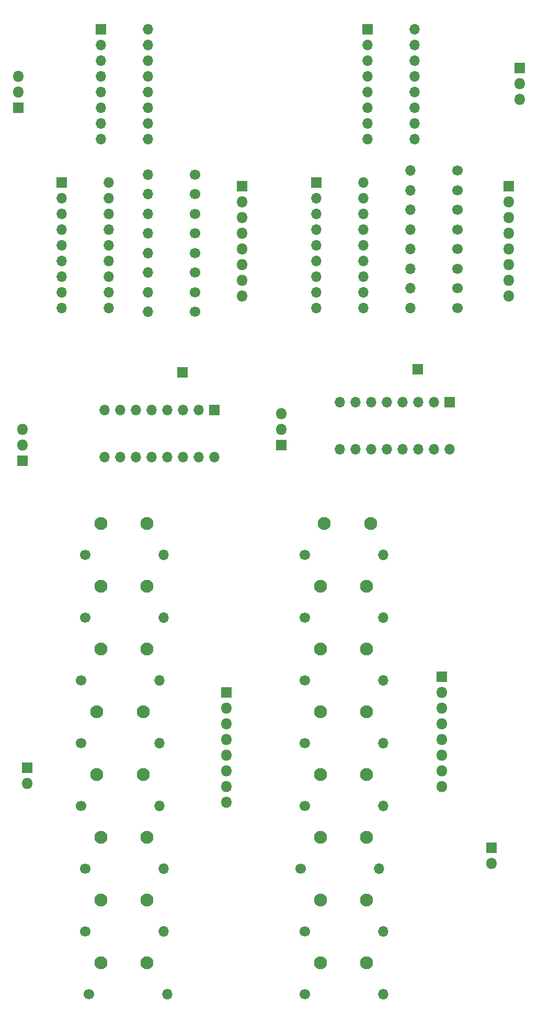
<source format=gbr>
%TF.GenerationSoftware,KiCad,Pcbnew,(5.1.6)-1*%
%TF.CreationDate,2020-10-11T20:34:23-04:00*%
%TF.ProjectId,ir_emitter,69725f65-6d69-4747-9465-722e6b696361,v02*%
%TF.SameCoordinates,Original*%
%TF.FileFunction,Soldermask,Top*%
%TF.FilePolarity,Negative*%
%FSLAX46Y46*%
G04 Gerber Fmt 4.6, Leading zero omitted, Abs format (unit mm)*
G04 Created by KiCad (PCBNEW (5.1.6)-1) date 2020-10-11 20:34:23*
%MOMM*%
%LPD*%
G01*
G04 APERTURE LIST*
%ADD10O,1.800000X1.800000*%
%ADD11R,1.800000X1.800000*%
%ADD12C,2.100000*%
%ADD13O,1.700000X1.700000*%
%ADD14C,1.700000*%
%ADD15R,1.700000X1.700000*%
G04 APERTURE END LIST*
D10*
%TO.C,J12*%
X92202000Y-144272000D03*
D11*
X92202000Y-141732000D03*
%TD*%
D10*
%TO.C,J11*%
X167386000Y-157226000D03*
D11*
X167386000Y-154686000D03*
%TD*%
D10*
%TO.C,J10*%
X171958000Y-33528000D03*
X171958000Y-30988000D03*
D11*
X171958000Y-28448000D03*
%TD*%
D12*
%TO.C,C1*%
X104140000Y-102235000D03*
X111640000Y-102235000D03*
%TD*%
%TO.C,C2*%
X111640000Y-112395000D03*
X104140000Y-112395000D03*
%TD*%
%TO.C,C3*%
X111640000Y-122555000D03*
X104140000Y-122555000D03*
%TD*%
%TO.C,C4*%
X111005000Y-132715000D03*
X103505000Y-132715000D03*
%TD*%
%TO.C,C5*%
X103505000Y-142875000D03*
X111005000Y-142875000D03*
%TD*%
%TO.C,C6*%
X111640000Y-153035000D03*
X104140000Y-153035000D03*
%TD*%
%TO.C,C7*%
X104140000Y-163195000D03*
X111640000Y-163195000D03*
%TD*%
%TO.C,C8*%
X111640000Y-173355000D03*
X104140000Y-173355000D03*
%TD*%
%TO.C,C9*%
X147835000Y-102235000D03*
X140335000Y-102235000D03*
%TD*%
%TO.C,C10*%
X147200000Y-112395000D03*
X139700000Y-112395000D03*
%TD*%
%TO.C,C11*%
X147200000Y-122555000D03*
X139700000Y-122555000D03*
%TD*%
%TO.C,C12*%
X139700000Y-132715000D03*
X147200000Y-132715000D03*
%TD*%
%TO.C,C13*%
X139700000Y-142875000D03*
X147200000Y-142875000D03*
%TD*%
%TO.C,C14*%
X139700000Y-153035000D03*
X147200000Y-153035000D03*
%TD*%
%TO.C,C15*%
X147200000Y-163195000D03*
X139700000Y-163195000D03*
%TD*%
%TO.C,C16*%
X147200000Y-173355000D03*
X139700000Y-173355000D03*
%TD*%
D11*
%TO.C,J1*%
X90805000Y-34925000D03*
D10*
X90805000Y-32385000D03*
X90805000Y-29845000D03*
%TD*%
%TO.C,J2*%
X127000000Y-65405000D03*
X127000000Y-62865000D03*
X127000000Y-60325000D03*
X127000000Y-57785000D03*
X127000000Y-55245000D03*
X127000000Y-52705000D03*
X127000000Y-50165000D03*
D11*
X127000000Y-47625000D03*
%TD*%
%TO.C,J3*%
X170180000Y-47625000D03*
D10*
X170180000Y-50165000D03*
X170180000Y-52705000D03*
X170180000Y-55245000D03*
X170180000Y-57785000D03*
X170180000Y-60325000D03*
X170180000Y-62865000D03*
X170180000Y-65405000D03*
%TD*%
%TO.C,J4*%
X91440000Y-86995000D03*
X91440000Y-89535000D03*
D11*
X91440000Y-92075000D03*
%TD*%
%TO.C,J5*%
X117348000Y-77724000D03*
%TD*%
D10*
%TO.C,J6*%
X133350000Y-84455000D03*
X133350000Y-86995000D03*
D11*
X133350000Y-89535000D03*
%TD*%
%TO.C,J7*%
X155448000Y-77216000D03*
%TD*%
D10*
%TO.C,J8*%
X124460000Y-147320000D03*
X124460000Y-144780000D03*
X124460000Y-142240000D03*
X124460000Y-139700000D03*
X124460000Y-137160000D03*
X124460000Y-134620000D03*
X124460000Y-132080000D03*
D11*
X124460000Y-129540000D03*
%TD*%
D10*
%TO.C,J9*%
X159385000Y-144780000D03*
X159385000Y-142240000D03*
X159385000Y-139700000D03*
X159385000Y-137160000D03*
X159385000Y-134620000D03*
X159385000Y-132080000D03*
X159385000Y-129540000D03*
D11*
X159385000Y-127000000D03*
%TD*%
D13*
%TO.C,R1*%
X111760000Y-45720000D03*
D14*
X119380000Y-45720000D03*
%TD*%
D13*
%TO.C,R2*%
X111760000Y-48895000D03*
D14*
X119380000Y-48895000D03*
%TD*%
%TO.C,R3*%
X119380000Y-52070000D03*
D13*
X111760000Y-52070000D03*
%TD*%
D14*
%TO.C,R4*%
X119380000Y-55245000D03*
D13*
X111760000Y-55245000D03*
%TD*%
%TO.C,R5*%
X111760000Y-58420000D03*
D14*
X119380000Y-58420000D03*
%TD*%
%TO.C,R6*%
X119380000Y-61595000D03*
D13*
X111760000Y-61595000D03*
%TD*%
%TO.C,R7*%
X111760000Y-64770000D03*
D14*
X119380000Y-64770000D03*
%TD*%
%TO.C,R8*%
X119380000Y-67945000D03*
D13*
X111760000Y-67945000D03*
%TD*%
%TO.C,R9*%
X154305000Y-45085000D03*
D14*
X161925000Y-45085000D03*
%TD*%
D13*
%TO.C,R10*%
X154305000Y-48260000D03*
D14*
X161925000Y-48260000D03*
%TD*%
%TO.C,R11*%
X161925000Y-51435000D03*
D13*
X154305000Y-51435000D03*
%TD*%
D14*
%TO.C,R12*%
X161925000Y-54610000D03*
D13*
X154305000Y-54610000D03*
%TD*%
D14*
%TO.C,R13*%
X161925000Y-57785000D03*
D13*
X154305000Y-57785000D03*
%TD*%
%TO.C,R14*%
X154305000Y-60960000D03*
D14*
X161925000Y-60960000D03*
%TD*%
%TO.C,R15*%
X161925000Y-64135000D03*
D13*
X154305000Y-64135000D03*
%TD*%
%TO.C,R16*%
X154305000Y-67310000D03*
D14*
X161925000Y-67310000D03*
%TD*%
%TO.C,R17*%
X101600000Y-107315000D03*
D13*
X114300000Y-107315000D03*
%TD*%
D14*
%TO.C,R18*%
X101600000Y-117475000D03*
D13*
X114300000Y-117475000D03*
%TD*%
%TO.C,R19*%
X113665000Y-127635000D03*
D14*
X100965000Y-127635000D03*
%TD*%
D13*
%TO.C,R20*%
X113665000Y-137795000D03*
D14*
X100965000Y-137795000D03*
%TD*%
D13*
%TO.C,R21*%
X113665000Y-147955000D03*
D14*
X100965000Y-147955000D03*
%TD*%
%TO.C,R22*%
X101600000Y-158115000D03*
D13*
X114300000Y-158115000D03*
%TD*%
%TO.C,R23*%
X114300000Y-168275000D03*
D14*
X101600000Y-168275000D03*
%TD*%
%TO.C,R24*%
X102235000Y-178435000D03*
D13*
X114935000Y-178435000D03*
%TD*%
D14*
%TO.C,R25*%
X137160000Y-107315000D03*
D13*
X149860000Y-107315000D03*
%TD*%
%TO.C,R26*%
X149860000Y-117475000D03*
D14*
X137160000Y-117475000D03*
%TD*%
%TO.C,R27*%
X137160000Y-127635000D03*
D13*
X149860000Y-127635000D03*
%TD*%
%TO.C,R28*%
X149860000Y-137795000D03*
D14*
X137160000Y-137795000D03*
%TD*%
%TO.C,R29*%
X137160000Y-147955000D03*
D13*
X149860000Y-147955000D03*
%TD*%
%TO.C,R30*%
X149225000Y-158115000D03*
D14*
X136525000Y-158115000D03*
%TD*%
%TO.C,R31*%
X137160000Y-168275000D03*
D13*
X149860000Y-168275000D03*
%TD*%
%TO.C,R32*%
X149860000Y-178435000D03*
D14*
X137160000Y-178435000D03*
%TD*%
D15*
%TO.C,U1*%
X104140000Y-22225000D03*
D13*
X111760000Y-40005000D03*
X104140000Y-24765000D03*
X111760000Y-37465000D03*
X104140000Y-27305000D03*
X111760000Y-34925000D03*
X104140000Y-29845000D03*
X111760000Y-32385000D03*
X104140000Y-32385000D03*
X111760000Y-29845000D03*
X104140000Y-34925000D03*
X111760000Y-27305000D03*
X104140000Y-37465000D03*
X111760000Y-24765000D03*
X104140000Y-40005000D03*
X111760000Y-22225000D03*
%TD*%
%TO.C,U2*%
X154940000Y-22225000D03*
X147320000Y-40005000D03*
X154940000Y-24765000D03*
X147320000Y-37465000D03*
X154940000Y-27305000D03*
X147320000Y-34925000D03*
X154940000Y-29845000D03*
X147320000Y-32385000D03*
X154940000Y-32385000D03*
X147320000Y-29845000D03*
X154940000Y-34925000D03*
X147320000Y-27305000D03*
X154940000Y-37465000D03*
X147320000Y-24765000D03*
X154940000Y-40005000D03*
D15*
X147320000Y-22225000D03*
%TD*%
%TO.C,U3*%
X97790000Y-46990000D03*
D13*
X105410000Y-67310000D03*
X97790000Y-49530000D03*
X105410000Y-64770000D03*
X97790000Y-52070000D03*
X105410000Y-62230000D03*
X97790000Y-54610000D03*
X105410000Y-59690000D03*
X97790000Y-57150000D03*
X105410000Y-57150000D03*
X97790000Y-59690000D03*
X105410000Y-54610000D03*
X97790000Y-62230000D03*
X105410000Y-52070000D03*
X97790000Y-64770000D03*
X105410000Y-49530000D03*
X97790000Y-67310000D03*
X105410000Y-46990000D03*
%TD*%
%TO.C,U4*%
X146685000Y-46990000D03*
X139065000Y-67310000D03*
X146685000Y-49530000D03*
X139065000Y-64770000D03*
X146685000Y-52070000D03*
X139065000Y-62230000D03*
X146685000Y-54610000D03*
X139065000Y-59690000D03*
X146685000Y-57150000D03*
X139065000Y-57150000D03*
X146685000Y-59690000D03*
X139065000Y-54610000D03*
X146685000Y-62230000D03*
X139065000Y-52070000D03*
X146685000Y-64770000D03*
X139065000Y-49530000D03*
X146685000Y-67310000D03*
D15*
X139065000Y-46990000D03*
%TD*%
%TO.C,U5*%
X160655000Y-82550000D03*
D13*
X142875000Y-90170000D03*
X158115000Y-82550000D03*
X145415000Y-90170000D03*
X155575000Y-82550000D03*
X147955000Y-90170000D03*
X153035000Y-82550000D03*
X150495000Y-90170000D03*
X150495000Y-82550000D03*
X153035000Y-90170000D03*
X147955000Y-82550000D03*
X155575000Y-90170000D03*
X145415000Y-82550000D03*
X158115000Y-90170000D03*
X142875000Y-82550000D03*
X160655000Y-90170000D03*
%TD*%
D15*
%TO.C,U6*%
X122555000Y-83820000D03*
D13*
X104775000Y-91440000D03*
X120015000Y-83820000D03*
X107315000Y-91440000D03*
X117475000Y-83820000D03*
X109855000Y-91440000D03*
X114935000Y-83820000D03*
X112395000Y-91440000D03*
X112395000Y-83820000D03*
X114935000Y-91440000D03*
X109855000Y-83820000D03*
X117475000Y-91440000D03*
X107315000Y-83820000D03*
X120015000Y-91440000D03*
X104775000Y-83820000D03*
X122555000Y-91440000D03*
%TD*%
M02*

</source>
